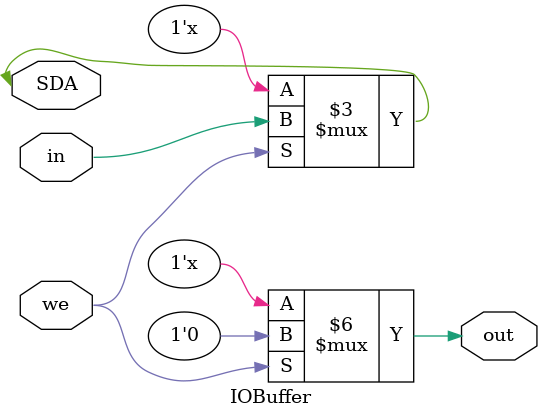
<source format=sv>
module IOBuffer(input in, output out, input we,inout SDA);
	always_comb begin
		if (we) begin
			out <= 1'b0;
			SDA <= in;
		end else begin
			out <= SDA;
			SDA <= 1'bz;
		end
	end
endmodule
</source>
